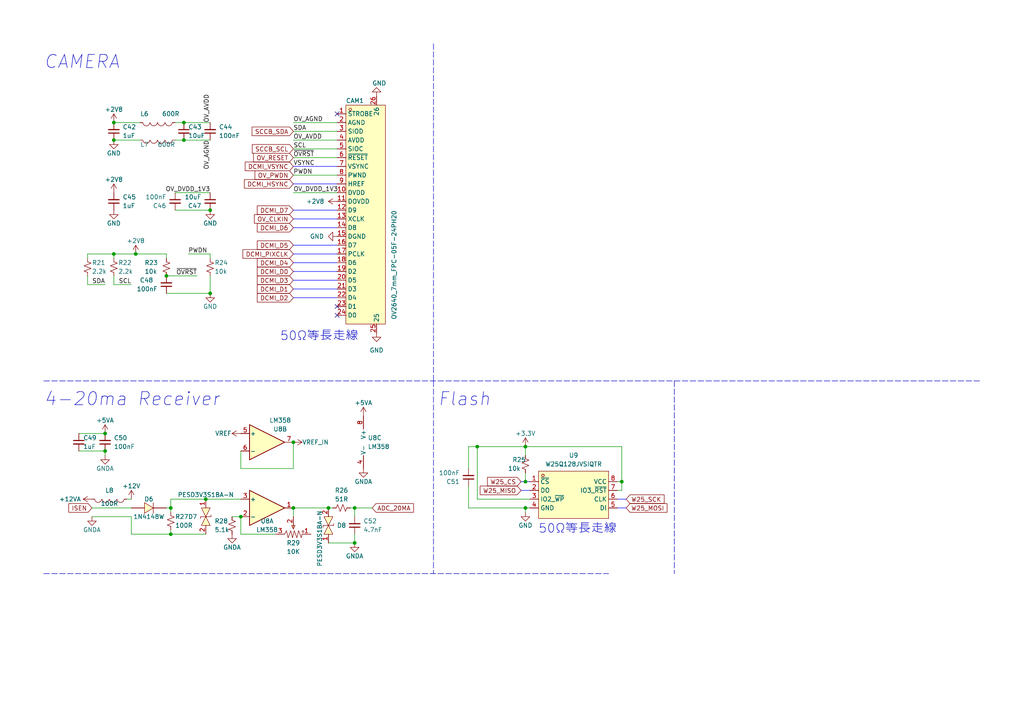
<source format=kicad_sch>
(kicad_sch (version 20211123) (generator eeschema)
  (paper "A4")
  (title_block (title "Flash,Camera,4-20mA Receiver") (date "2022-10-25") (rev "200") (company "A. Chen") (comment 1 "CCTV3_F407ZET_REV100"))
  (lib_symbols
    (symbol "Amplifier_Operational:LM358" (pin_names (offset 0.127))
      (property "Reference" "U" (at 0 5.08 0))
      (property "Value" "LM358" (at 0 -5.08 0))
      (symbol "LM358_1_1"
        (polyline (pts (xy -5.08 5.08) (xy 5.08 0) (xy -5.08 -5.08) (xy -5.08 5.08)) (stroke (width 0.254)) (fill (type background)))
        (pin output line (at 7.62 0 180) (length 2.54) (name "~") (number "1"))
        (pin input line (at -7.62 -2.54 0) (length 2.54) (name "-") (number "2"))
        (pin input line (at -7.62 2.54 0) (length 2.54) (name "+") (number "3"))
      )
      (symbol "LM358_2_1"
        (polyline (pts (xy -5.08 5.08) (xy 5.08 0) (xy -5.08 -5.08) (xy -5.08 5.08)) (stroke (width 0.254)) (fill (type background)))
        (pin input line (at -7.62 2.54 0) (length 2.54) (name "+") (number "5"))
        (pin input line (at -7.62 -2.54 0) (length 2.54) (name "-") (number "6"))
        (pin output line (at 7.62 0 180) (length 2.54) (name "~") (number "7"))
      )
      (symbol "LM358_3_1"
        (pin power_in line (at -2.54 -7.62 90) (length 3.81) (name "V-") (number "4"))
        (pin power_in line (at -2.54 7.62 270) (length 3.81) (name "V+") (number "8"))
      )
    )
    (symbol "PESD3V3S1BA-N_1" (pin_names hide)
      (property "Reference" "D" (at 0 5.08 0))
      (property "Value" "PESD3V3S1BA-N_1" (at 0 -5.08 0))
      (symbol "PESD3V3S1BA-N_1_0_1"
        (polyline (pts (xy -2.54 1.27) (xy 0 0) (xy -2.54 -1.27) (xy -2.54 1.27)) (fill (type background)))
        (polyline (pts (xy 2.54 1.27) (xy 0 0) (xy 2.54 -1.27) (xy 2.54 1.27)) (fill (type background)))
        (polyline (pts (xy -0.51 1.52) (xy -0.51 1.52) (xy 0 1.52) (xy 0 -1.52) (xy 0.51 -1.52) (xy 0.51 -1.52)))
        (pin unspecified line (at -5.08 0 0) (length 2.54) (name "1") (number "1"))
        (pin unspecified line (at 5.08 0 180) (length 2.54) (name "2") (number "2"))
      )
    )
    (symbol "lcsc_parts:1N4148W_C81598" (pin_numbers hide) (pin_names hide)
      (property "Reference" "D" (at 0 5.08 0))
      (property "Value" "1N4148W_C81598" (at 0 -5.08 0))
      (symbol "1N4148W_C81598_0_1"
        (polyline (pts (xy -1.27 -1.52) (xy -1.27 1.52)))
        (polyline (pts (xy 1.27 1.52) (xy -1.27 0) (xy 1.27 -1.52) (xy 1.27 1.52)) (fill (type background)))
        (pin unspecified line (at -5.08 0 0) (length 3.81) (name "K") (number "1"))
        (pin unspecified line (at 5.08 0 180) (length 3.81) (name "A") (number "2"))
      )
    )
    (symbol "lcsc_parts:Cap" (pin_numbers hide) (pin_names (offset 0.254) hide)
      (property "Reference" "C" (at 0.254 1.778 0))
      (property "Value" "Cap" (at 0.254 -2.032 0))
      (symbol "Cap_0_1"
        (polyline (pts (xy -1.524 -0.508) (xy 1.524 -0.508)) (stroke (width 0.3302)))
        (polyline (pts (xy -1.524 0.508) (xy 1.524 0.508)) (stroke (width 0.3048)))
      )
      (symbol "Cap_1_1"
        (pin passive line (at 0 2.54 270) (length 2.032) (name "~") (number "1"))
        (pin passive line (at 0 -2.54 90) (length 2.032) (name "~") (number "2"))
      )
    )
    (symbol "lcsc_parts:GZ1608D601TF" (pin_numbers hide) (pin_names hide)
      (property "Reference" "L" (at 0 5.08 0))
      (property "Value" "GZ1608D601TF" (at 0 -5.08 0))
      (symbol "GZ1608D601TF_0_1"
        (arc (start -4.29 -0.02) (mid -2.52 -0.79) (end -2.27 -0.02))
        (arc (start -2.13 -0.02) (mid -0.36 -0.79) (end -0.11 -0.02))
        (arc (start 0.02 -0.02) (mid 1.79 -0.79) (end 2.04 -0.02))
        (arc (start 2.21 -0.02) (mid 3.3 -1.12) (end 4.23 -0.02))
        (pin unspecified line (at -5.08 0 0) (length 0.762) (name "1") (number "1"))
        (pin unspecified line (at 5.08 0 180) (length 0.762) (name "2") (number "2"))
      )
    )
    (symbol "lcsc_parts:OV2640_7mm_FPC-05F-24PH20"
      (property "Reference" "CAM" (at 0 33.02 0))
      (property "Value" "OV2640_7mm_FPC-05F-24PH20" (at 0 -39.37 0))
      (symbol "OV2640_7mm_FPC-05F-24PH20_0_1"
        (rectangle (start -2.54 31.75) (end 8.89 -31.75) (fill (type background)))
        (circle (center -1.27 30.48) (radius 0.38))
        (pin unspecified line (at -5.08 29.21 0) (length 2.54) (name "STROBE") (number "1"))
        (pin unspecified line (at -5.08 6.35 0) (length 2.54) (name "DVDD") (number "10"))
        (pin unspecified line (at -5.08 3.81 0) (length 2.54) (name "DOVDD") (number "11"))
        (pin unspecified line (at -5.08 1.27 0) (length 2.54) (name "D9") (number "12"))
        (pin unspecified line (at -5.08 -1.27 0) (length 2.54) (name "XCLK") (number "13"))
        (pin unspecified line (at -5.08 -3.81 0) (length 2.54) (name "D8") (number "14"))
        (pin unspecified line (at -5.08 -6.35 0) (length 2.54) (name "DGND") (number "15"))
        (pin unspecified line (at -5.08 -8.89 0) (length 2.54) (name "D7") (number "16"))
        (pin unspecified line (at -5.08 -11.43 0) (length 2.54) (name "PCLK") (number "17"))
        (pin unspecified line (at -5.08 -13.97 0) (length 2.54) (name "D6") (number "18"))
        (pin unspecified line (at -5.08 -16.51 0) (length 2.54) (name "D2") (number "19"))
        (pin unspecified line (at -5.08 26.67 0) (length 2.54) (name "AGND") (number "2"))
        (pin unspecified line (at -5.08 -19.05 0) (length 2.54) (name "D5") (number "20"))
        (pin unspecified line (at -5.08 -21.59 0) (length 2.54) (name "D3") (number "21"))
        (pin unspecified line (at -5.08 -24.13 0) (length 2.54) (name "D4") (number "22"))
        (pin unspecified line (at -5.08 -26.67 0) (length 2.54) (name "D1") (number "23"))
        (pin unspecified line (at -5.08 -29.21 0) (length 2.54) (name "D0") (number "24"))
        (pin unspecified line (at 6.35 -34.29 90) (length 2.54) (name "25") (number "25"))
        (pin unspecified line (at 6.35 34.29 270) (length 2.54) (name "26") (number "26"))
        (pin unspecified line (at -5.08 24.13 0) (length 2.54) (name "SIOD") (number "3"))
        (pin unspecified line (at -5.08 21.59 0) (length 2.54) (name "AVDD") (number "4"))
        (pin unspecified line (at -5.08 19.05 0) (length 2.54) (name "SIOC") (number "5"))
        (pin unspecified line (at -5.08 16.51 0) (length 2.54) (name "~{RESET}") (number "6"))
        (pin unspecified line (at -5.08 13.97 0) (length 2.54) (name "VSYNC") (number "7"))
        (pin unspecified line (at -5.08 11.43 0) (length 2.54) (name "PWND") (number "8"))
        (pin unspecified line (at -5.08 8.89 0) (length 2.54) (name "HREF") (number "9"))
      )
    )
    (symbol "lcsc_parts:Res" (pin_numbers hide) (pin_names (offset 0.254) hide)
      (property "Reference" "R" (at 0.762 0.508 0))
      (property "Value" "Res" (at 0.762 -1.016 0))
      (symbol "Res_1_1"
        (polyline (pts (xy 0 0) (xy 1.016 -0.381) (xy 0 -0.762) (xy -1.016 -1.143) (xy 0 -1.524)))
        (polyline (pts (xy 0 1.524) (xy 1.016 1.143) (xy 0 0.762) (xy -1.016 0.381) (xy 0 0)))
        (pin passive line (at 0 2.54 270) (length 1.016) (name "~") (number "1"))
        (pin passive line (at 0 -2.54 90) (length 1.016) (name "~") (number "2"))
      )
    )
    (symbol "lcsc_parts:TC33X-2-103E" (pin_names hide)
      (property "Reference" "R" (at 0 10.16 0))
      (property "Value" "TC33X-2-103E" (at 0 -5.08 0))
      (symbol "TC33X-2-103E_0_1"
        (polyline (pts (xy -2.54 0) (xy -2.03 1.02)))
        (polyline (pts (xy -2.03 1.02) (xy -1.52 -1.02)))
        (polyline (pts (xy -1.52 -1.02) (xy -0.76 1.02)))
        (polyline (pts (xy -0.76 1.02) (xy -0.25 -1.02)))
        (polyline (pts (xy -0.25 -1.02) (xy 0.25 1.02)))
        (polyline (pts (xy 0 2.54) (xy 0 1.52)))
        (polyline (pts (xy 0.25 1.02) (xy 1.02 -1.02)))
        (polyline (pts (xy 1.02 -1.02) (xy 1.52 1.02)))
        (polyline (pts (xy 1.52 1.02) (xy 2.29 -1.02)))
        (polyline (pts (xy 2.29 -1.02) (xy 2.54 0)))
        (polyline (pts (xy -0.51 2.54) (xy 0 1.52) (xy 0.51 2.54) (xy -0.51 2.54)) (fill (type background)))
        (circle (center 2.79 0.76) (radius 0.25))
        (pin unspecified line (at 5.08 0 180) (length 2.54) (name "1") (number "1"))
        (pin unspecified line (at 0 5.08 270) (length 2.54) (name "2") (number "2"))
        (pin unspecified line (at -5.08 0 0) (length 2.54) (name "3") (number "3"))
      )
    )
    (symbol "lcsc_parts:W25Q128JVSIQTR"
      (property "Reference" "U" (at 0 8.89 0))
      (property "Value" "W25Q128JVSIQTR" (at 0 -8.89 0))
      (symbol "W25Q128JVSIQTR_0_1"
        (rectangle (start -10.16 6.86) (end 10.16 -6.86) (fill (type background)))
        (circle (center -8.89 5.59) (radius 0.38))
        (circle (center -8.89 5.59) (radius 0.38))
        (pin unspecified line (at -12.7 3.81 0) (length 2.54) (name "~{CS}") (number "1"))
        (pin unspecified line (at -12.7 1.27 0) (length 2.54) (name "DO") (number "2"))
        (pin unspecified line (at -12.7 -1.27 0) (length 2.54) (name "IO2_~{WP}") (number "3"))
        (pin unspecified line (at -12.7 -3.81 0) (length 2.54) (name "GND") (number "4"))
        (pin unspecified line (at 12.7 -3.81 180) (length 2.54) (name "DI") (number "5"))
        (pin unspecified line (at 12.7 -1.27 180) (length 2.54) (name "CLK") (number "6"))
        (pin unspecified line (at 12.7 1.27 180) (length 2.54) (name "IO3_~{RST}") (number "7"))
        (pin unspecified line (at 12.7 3.81 180) (length 2.54) (name "VCC") (number "8"))
      )
    )
    (symbol "power:+12V" (power) (pin_names (offset 0))
      (property "Value" "+12V" (at 0 3.556 0))
      (symbol "+12V_0_1"
        (polyline (pts (xy -0.762 1.27) (xy 0 2.54)))
        (polyline (pts (xy 0 0) (xy 0 2.54)))
        (polyline (pts (xy 0 2.54) (xy 0.762 1.27)))
      )
      (symbol "+12V_1_1"
        (pin power_in line (at 0 0 90) (length 0) hide (name "+12V") (number "1"))
      )
    )
    (symbol "power:+12VA" (power) (pin_names (offset 0))
      (property "Value" "+12VA" (at 0 3.556 0))
      (symbol "+12VA_0_1"
        (polyline (pts (xy -0.762 1.27) (xy 0 2.54)))
        (polyline (pts (xy 0 0) (xy 0 2.54)))
        (polyline (pts (xy 0 2.54) (xy 0.762 1.27)))
      )
      (symbol "+12VA_1_1"
        (pin power_in line (at 0 0 90) (length 0) hide (name "+12VA") (number "1"))
      )
    )
    (symbol "power:+2V8" (power) (pin_names (offset 0))
      (property "Value" "+2V8" (at 0 3.556 0))
      (symbol "+2V8_0_1"
        (polyline (pts (xy -0.762 1.27) (xy 0 2.54)))
        (polyline (pts (xy 0 0) (xy 0 2.54)))
        (polyline (pts (xy 0 2.54) (xy 0.762 1.27)))
      )
      (symbol "+2V8_1_1"
        (pin power_in line (at 0 0 90) (length 0) hide (name "+2V8") (number "1"))
      )
    )
    (symbol "power:+3.3V" (power) (pin_names (offset 0))
      (property "Value" "+3.3V" (at 0 3.556 0))
      (symbol "+3.3V_0_1"
        (polyline (pts (xy -0.762 1.27) (xy 0 2.54)))
        (polyline (pts (xy 0 0) (xy 0 2.54)))
        (polyline (pts (xy 0 2.54) (xy 0.762 1.27)))
      )
      (symbol "+3.3V_1_1"
        (pin power_in line (at 0 0 90) (length 0) hide (name "+3.3V") (number "1"))
      )
    )
    (symbol "power:+5VA" (power) (pin_names (offset 0))
      (property "Value" "+5VA" (at 0 3.556 0))
      (symbol "+5VA_0_1"
        (polyline (pts (xy -0.762 1.27) (xy 0 2.54)))
        (polyline (pts (xy 0 0) (xy 0 2.54)))
        (polyline (pts (xy 0 2.54) (xy 0.762 1.27)))
      )
      (symbol "+5VA_1_1"
        (pin power_in line (at 0 0 90) (length 0) hide (name "+5VA") (number "1"))
      )
    )
    (symbol "power:GND" (power) (pin_names (offset 0))
      (property "Value" "GND" (at 0 -3.81 0))
      (symbol "GND_0_1"
        (polyline (pts (xy 0 0) (xy 0 -1.27) (xy 1.27 -1.27) (xy 0 -2.54) (xy -1.27 -1.27) (xy 0 -1.27)))
      )
      (symbol "GND_1_1"
        (pin power_in line (at 0 0 270) (length 0) hide (name "GND") (number "1"))
      )
    )
    (symbol "power:GNDA" (power) (pin_names (offset 0))
      (property "Value" "GNDA" (at 0 -3.81 0))
      (symbol "GNDA_0_1"
        (polyline (pts (xy 0 0) (xy 0 -1.27) (xy 1.27 -1.27) (xy 0 -2.54) (xy -1.27 -1.27) (xy 0 -1.27)))
      )
      (symbol "GNDA_1_1"
        (pin power_in line (at 0 0 270) (length 0) hide (name "GNDA") (number "1"))
      )
    )
    (symbol "power:VREF" (power) (pin_names (offset 0))
      (property "Value" "VREF" (at 0 3.81 0))
      (symbol "VREF_0_1"
        (polyline (pts (xy -0.762 1.27) (xy 0 2.54)))
        (polyline (pts (xy 0 0) (xy 0 2.54)))
        (polyline (pts (xy 0 2.54) (xy 0.762 1.27)))
      )
      (symbol "VREF_1_1"
        (pin power_in line (at 0 0 90) (length 0) hide (name "VREF") (number "1"))
      )
    )
    (symbol "power:VREF_IN" (power) (pin_names (offset 0))
      (property "Value" "VREF_IN" (at 0 3.81 0))
      (symbol "VREF_IN_0_1"
        (polyline (pts (xy -0.762 1.27) (xy 0 2.54)))
        (polyline (pts (xy 0 0) (xy 0 2.54)))
        (polyline (pts (xy 0 2.54) (xy 0.762 1.27)))
      )
      (symbol "VREF_IN_1_1"
        (pin power_in line (at 0 0 90) (length 0) hide (name "VREF_IN") (number "1"))
      )
    )
  )
  (junction (at 49.53 154.94))
  (junction (at 53.34 35.56))
  (junction (at 39.37 73.66))
  (junction (at 60.96 60.96))
  (junction (at 33.02 73.66))
  (junction (at 85.09 147.32))
  (junction (at 33.02 35.56))
  (junction (at 152.4 147.32))
  (junction (at 60.96 85.09))
  (junction (at 49.53 147.32))
  (junction (at 30.48 130.81))
  (junction (at 59.69 144.78))
  (junction (at 138.43 129.54))
  (junction (at 85.09 128.27))
  (junction (at 152.4 129.54))
  (junction (at 30.48 125.73))
  (junction (at 102.87 147.32))
  (junction (at 152.4 139.7))
  (junction (at 102.87 157.48))
  (junction (at 69.85 149.86))
  (junction (at 33.02 40.64))
  (junction (at 180.34 139.7))
  (junction (at 48.26 80.01))
  (junction (at 53.34 40.64))
  (junction (at 95.25 147.32))
  (no_connect (at 97.79 33.02))
  (no_connect (at 97.79 88.9))
  (no_connect (at 97.79 91.44))
  (wire (pts (xy 85.09 63.5) (xy 97.79 63.5)) (stroke (width 0) (color 0 0 255 1)))
  (wire (pts (xy 59.69 144.78) (xy 69.85 144.78)))
  (wire (pts (xy 95.25 157.48) (xy 102.87 157.48)))
  (wire (pts (xy 181.61 144.78) (xy 179.07 144.78)) (stroke (width 0) (color 0 0 255 1)))
  (wire (pts (xy 33.02 82.55) (xy 38.1 82.55)))
  (wire (pts (xy 30.48 130.81) (xy 30.48 132.08)))
  (wire (pts (xy 48.26 73.66) (xy 48.26 74.93)))
  (wire (pts (xy 60.96 35.56) (xy 53.34 35.56)))
  (wire (pts (xy 85.09 83.82) (xy 97.79 83.82)) (stroke (width 0) (color 0 0 255 1)))
  (wire (pts (xy 60.96 55.88) (xy 50.8 55.88)))
  (wire (pts (xy 25.4 80.01) (xy 25.4 82.55)))
  (wire (pts (xy 152.4 132.08) (xy 152.4 129.54)))
  (wire (pts (xy 85.09 38.1) (xy 97.79 38.1)))
  (wire (pts (xy 33.02 73.66) (xy 33.02 74.93)))
  (wire (pts (xy 25.4 73.66) (xy 33.02 73.66)))
  (wire (pts (xy 101.6 147.32) (xy 102.87 147.32)))
  (wire (pts (xy 67.31 149.86) (xy 69.85 149.86)))
  (wire (pts (xy 48.26 147.32) (xy 49.53 147.32)))
  (wire (pts (xy 181.61 147.32) (xy 179.07 147.32)) (stroke (width 0) (color 0 0 255 1)))
  (wire (pts (xy 135.89 135.89) (xy 135.89 129.54)))
  (wire (pts (xy 60.96 73.66) (xy 60.96 74.93)))
  (polyline (pts (xy 125.73 12.7) (xy 125.73 110.49)))
  (wire (pts (xy 180.34 139.7) (xy 180.34 129.54)))
  (wire (pts (xy 69.85 135.89) (xy 85.09 135.89)))
  (wire (pts (xy 179.07 142.24) (xy 180.34 142.24)))
  (wire (pts (xy 39.37 73.66) (xy 48.26 73.66)))
  (wire (pts (xy 102.87 147.32) (xy 102.87 149.86)))
  (wire (pts (xy 135.89 147.32) (xy 152.4 147.32)))
  (wire (pts (xy 85.09 43.18) (xy 97.79 43.18)))
  (wire (pts (xy 95.25 147.32) (xy 96.52 147.32)))
  (polyline (pts (xy 12.7 166.37) (xy 176.53 166.37)))
  (wire (pts (xy 102.87 147.32) (xy 107.95 147.32)))
  (wire (pts (xy 39.37 73.66) (xy 33.02 73.66)))
  (wire (pts (xy 54.61 73.66) (xy 60.96 73.66)))
  (wire (pts (xy 60.96 40.64) (xy 53.34 40.64)))
  (wire (pts (xy 30.48 125.73) (xy 22.86 125.73)))
  (wire (pts (xy 50.8 40.64) (xy 53.34 40.64)))
  (wire (pts (xy 151.13 139.7) (xy 152.4 139.7)) (stroke (width 0) (color 0 0 255 1)))
  (wire (pts (xy 85.09 76.2) (xy 97.79 76.2)) (stroke (width 0) (color 0 0 255 1)))
  (wire (pts (xy 102.87 154.94) (xy 102.87 157.48)))
  (wire (pts (xy 85.09 53.34) (xy 97.79 53.34)) (stroke (width 0) (color 0 0 255 1)))
  (wire (pts (xy 25.4 74.93) (xy 25.4 73.66)))
  (wire (pts (xy 69.85 149.86) (xy 69.85 154.94)))
  (wire (pts (xy 138.43 144.78) (xy 138.43 129.54)))
  (wire (pts (xy 138.43 129.54) (xy 152.4 129.54)))
  (wire (pts (xy 85.09 73.66) (xy 97.79 73.66)) (stroke (width 0) (color 0 0 255 1)))
  (wire (pts (xy 49.53 144.78) (xy 59.69 144.78)))
  (wire (pts (xy 85.09 40.64) (xy 97.79 40.64)))
  (wire (pts (xy 49.53 148.59) (xy 49.53 147.32)))
  (wire (pts (xy 85.09 147.32) (xy 95.25 147.32)))
  (wire (pts (xy 26.67 149.86) (xy 38.1 149.86)))
  (wire (pts (xy 60.96 85.09) (xy 60.96 80.01)))
  (wire (pts (xy 69.85 154.94) (xy 80.01 154.94)))
  (wire (pts (xy 85.09 60.96) (xy 97.79 60.96)) (stroke (width 0) (color 0 0 255 1)))
  (wire (pts (xy 85.09 147.32) (xy 85.09 149.86)))
  (wire (pts (xy 85.09 45.72) (xy 97.79 45.72)))
  (wire (pts (xy 25.4 82.55) (xy 30.48 82.55)))
  (wire (pts (xy 48.26 85.09) (xy 60.96 85.09)))
  (wire (pts (xy 49.53 153.67) (xy 49.53 154.94)))
  (wire (pts (xy 152.4 137.16) (xy 152.4 139.7)))
  (wire (pts (xy 85.09 78.74) (xy 97.79 78.74)) (stroke (width 0) (color 0 0 255 1)))
  (wire (pts (xy 85.09 48.26) (xy 97.79 48.26)) (stroke (width 0) (color 0 0 255 1)))
  (wire (pts (xy 48.26 80.01) (xy 57.15 80.01)))
  (wire (pts (xy 153.67 147.32) (xy 152.4 147.32)))
  (wire (pts (xy 69.85 130.81) (xy 69.85 135.89)))
  (polyline (pts (xy 125.73 110.49) (xy 125.73 166.37)))
  (wire (pts (xy 60.96 60.96) (xy 50.8 60.96)))
  (wire (pts (xy 135.89 129.54) (xy 138.43 129.54)))
  (wire (pts (xy 33.02 35.56) (xy 40.64 35.56)))
  (wire (pts (xy 30.48 130.81) (xy 22.86 130.81)))
  (wire (pts (xy 38.1 154.94) (xy 49.53 154.94)))
  (wire (pts (xy 85.09 35.56) (xy 97.79 35.56)))
  (wire (pts (xy 26.67 147.32) (xy 38.1 147.32)))
  (wire (pts (xy 38.1 144.78) (xy 36.83 144.78)))
  (wire (pts (xy 38.1 149.86) (xy 38.1 154.94)))
  (polyline (pts (xy 195.58 110.49) (xy 195.58 166.37)))
  (wire (pts (xy 153.67 144.78) (xy 138.43 144.78)))
  (wire (pts (xy 180.34 139.7) (xy 179.07 139.7)))
  (wire (pts (xy 85.09 81.28) (xy 97.79 81.28)) (stroke (width 0) (color 0 0 255 1)))
  (wire (pts (xy 50.8 35.56) (xy 53.34 35.56)))
  (wire (pts (xy 85.09 55.88) (xy 97.79 55.88)))
  (wire (pts (xy 85.09 135.89) (xy 85.09 128.27)))
  (wire (pts (xy 151.13 142.24) (xy 153.67 142.24)) (stroke (width 0) (color 0 0 255 1)))
  (wire (pts (xy 152.4 147.32) (xy 152.4 148.59)))
  (wire (pts (xy 49.53 147.32) (xy 49.53 144.78)))
  (wire (pts (xy 85.09 71.12) (xy 97.79 71.12)) (stroke (width 0) (color 0 0 255 1)))
  (wire (pts (xy 33.02 40.64) (xy 40.64 40.64)))
  (wire (pts (xy 33.02 80.01) (xy 33.02 82.55)))
  (wire (pts (xy 135.89 140.97) (xy 135.89 147.32)))
  (wire (pts (xy 180.34 142.24) (xy 180.34 139.7)))
  (polyline (pts (xy 12.7 110.49) (xy 284.48 110.49)))
  (wire (pts (xy 152.4 129.54) (xy 180.34 129.54)))
  (wire (pts (xy 152.4 139.7) (xy 153.67 139.7)) (stroke (width 0) (color 0 0 255 1)))
  (wire (pts (xy 85.09 66.04) (xy 97.79 66.04)) (stroke (width 0) (color 0 0 255 1)))
  (wire (pts (xy 85.09 86.36) (xy 97.79 86.36)) (stroke (width 0) (color 0 0 255 1)))
  (wire (pts (xy 85.09 50.8) (xy 97.79 50.8)))
  (wire (pts (xy 49.53 154.94) (xy 59.69 154.94)))
  (text "4-20ma Receiver" (at 12.7 118.11 0) (effects (font (size 3.81 3.81) italic) (justify left bottom)))
  (text "CAMERA" (at 12.7 20.32 0) (effects (font (size 3.81 3.81) italic) (justify left bottom)))
  (text "Flash" (at 127 118.11 0) (effects (font (size 3.81 3.81) italic) (justify left bottom)))
  (text "50Ω等長走線" (at 104.14 99.06 180) (effects (font (size 2.54 2.54)) (justify right bottom)))
  (text "50Ω等長走線" (at 179.07 154.94 180) (effects (font (size 2.54 2.54)) (justify right bottom)))
  (label "SDA" (at 85.09 38.1 0))
  (label "OV_DVDD_1V3" (at 60.96 55.88 180))
  (label "PWDN" (at 54.61 73.66 0))
  (label "OV_DVDD_1V3" (at 85.09 55.88 0))
  (label "OV_AGND" (at 60.96 40.64 270))
  (label "OV_AGND" (at 85.09 35.56 0))
  (label "SCL" (at 85.09 43.18 0))
  (label "PWDN" (at 85.09 50.8 0))
  (label "~{OVRST}" (at 85.09 45.72 0))
  (label "~{OVRST}" (at 57.15 80.01 180))
  (label "OV_AVDD" (at 85.09 40.64 0))
  (label "OV_AVDD" (at 60.96 35.56 90))
  (label "SCL" (at 38.1 82.55 180))
  (label "SDA" (at 30.48 82.55 180))
  (label "VSYNC" (at 85.09 48.26 0))
  (global_label "OV_CLKIN" (shape input) (at 85.09 63.5 180) (property "Intersheet References" "${INTERSHEET_REFS}" (effects hide)))
  (global_label "ADC_20MA" (shape input) (at 107.95 147.32 0) (property "Intersheet References" "${INTERSHEET_REFS}" (effects hide)))
  (global_label "DCMI_D6" (shape input) (at 85.09 66.04 180) (property "Intersheet References" "${INTERSHEET_REFS}" (effects hide)))
  (global_label "DCMI_HSYNC" (shape input) (at 85.09 53.34 180) (property "Intersheet References" "${INTERSHEET_REFS}" (effects hide)))
  (global_label "DCMI_D4" (shape input) (at 85.09 76.2 180) (property "Intersheet References" "${INTERSHEET_REFS}" (effects hide)))
  (global_label "DCMI_PIXCLK" (shape input) (at 85.09 73.66 180) (property "Intersheet References" "${INTERSHEET_REFS}" (effects hide)))
  (global_label "W25_CS" (shape input) (at 151.13 139.7 180) (property "Intersheet References" "${INTERSHEET_REFS}" (effects hide)))
  (global_label "DCMI_D2" (shape input) (at 85.09 86.36 180) (property "Intersheet References" "${INTERSHEET_REFS}" (effects hide)))
  (global_label "W25_SCK" (shape input) (at 181.61 144.78 0) (property "Intersheet References" "${INTERSHEET_REFS}" (effects hide)))
  (global_label "W25_MISO" (shape input) (at 151.13 142.24 180) (property "Intersheet References" "${INTERSHEET_REFS}" (effects hide)))
  (global_label "OV_RESET" (shape input) (at 85.09 45.72 180) (property "Intersheet References" "${INTERSHEET_REFS}" (effects hide)))
  (global_label "SCCB_SCL" (shape input) (at 85.09 43.18 180) (property "Intersheet References" "${INTERSHEET_REFS}" (effects hide)))
  (global_label "SCCB_SDA" (shape input) (at 85.09 38.1 180) (property "Intersheet References" "${INTERSHEET_REFS}" (effects hide)))
  (global_label "DCMI_D5" (shape input) (at 85.09 71.12 180) (property "Intersheet References" "${INTERSHEET_REFS}" (effects hide)))
  (global_label "OV_PWDN" (shape input) (at 85.09 50.8 180) (property "Intersheet References" "${INTERSHEET_REFS}" (effects hide)))
  (global_label "ISEN" (shape input) (at 26.67 147.32 180) (property "Intersheet References" "${INTERSHEET_REFS}" (effects hide)))
  (global_label "DCMI_D1" (shape input) (at 85.09 83.82 180) (property "Intersheet References" "${INTERSHEET_REFS}" (effects hide)))
  (global_label "DCMI_D7" (shape input) (at 85.09 60.96 180) (property "Intersheet References" "${INTERSHEET_REFS}" (effects hide)))
  (global_label "DCMI_D3" (shape input) (at 85.09 81.28 180) (property "Intersheet References" "${INTERSHEET_REFS}" (effects hide)))
  (global_label "W25_MOSI" (shape input) (at 181.61 147.32 0) (property "Intersheet References" "${INTERSHEET_REFS}" (effects hide)))
  (global_label "DCMI_VSYNC" (shape input) (at 85.09 48.26 180) (property "Intersheet References" "${INTERSHEET_REFS}" (effects hide)))
  (global_label "DCMI_D0" (shape input) (at 85.09 78.74 180) (property "Intersheet References" "${INTERSHEET_REFS}" (effects hide)))
  (symbol (lib_id "lcsc_parts:Cap") (at 60.96 38.1 180) (unit 1)
    (property "Reference" "C44" (at 63.5 36.83 0) (effects (justify right)))
    (property "Value" "100nF" (at 63.5 39.37 0) (effects (justify right)))
    (property "Footprint" "Capacitor_SMD:C_0603_1608Metric" (effects hide))
    (property "Voltage" "50V" (effects hide))
    (property "LCSC Part" "TBD" (effects hide))
  )
  (symbol (lib_id "power:+2V8") (at 33.02 55.88 0) (unit 1)
    (property "Reference" "#PWR068" (effects hide))
    (property "Value" "+2V8" (at 33.02 52.07 0))
  )
  (symbol (lib_id "lcsc_parts:Cap") (at 135.89 138.43 180) (unit 1)
    (property "Reference" "C51" (at 133.35 139.7 0) (effects (justify left)))
    (property "Value" "100nF" (at 133.35 137.16 0) (effects (justify left)))
    (property "Footprint" "Capacitor_SMD:C_0603_1608Metric" (effects hide))
    (property "Voltage" "50V" (effects hide))
    (property "LCSC Part" "TBD" (effects hide))
  )
  (symbol (lib_id "power:+2V8") (at 33.02 35.56 0) (unit 1)
    (property "Reference" "#PWR066" (effects hide))
    (property "Value" "+2V8" (at 33.02 31.75 0))
  )
  (symbol (lib_name "PESD3V3S1BA-N_1") (lib_id "lcsc_parts:PESD3V3S1BA-N") (at 95.25 152.4 90) (unit 1)
    (property "Reference" "D8" (at 99.06 152.4 90))
    (property "Value" "PESD3V3S1BA-N" (at 92.71 156.21 0))
    (property "Footprint" "Diode_SMD:D_SOD-523" (effects hide))
    (property "Datasheet" "https://lcsc.com/product-detail/Others_Bourne-Semicon-Shenzhen-PESD3V3S1BA-N_C316037.html" (effects hide))
    (property "Manufacturer" "Bourne Semicon (Shenzhen)" (effects hide))
    (property "LCSC Part" "C316037" (effects hide))
    (property "JLC Part" "Extended Part" (effects hide))
  )
  (symbol (lib_id "lcsc_parts:1N4148W_C81598") (at 43.18 147.32 180) (unit 1)
    (property "Reference" "D6" (at 43.18 144.78 0))
    (property "Value" "1N4148W" (at 43.18 149.86 0))
    (property "Footprint" "Diode_SMD:D_SOD-123F" (effects hide))
    (property "Datasheet" "https://lcsc.com/product-detail/Switching-Diode_1N4148W_C81598.html" (effects hide))
    (property "Manufacturer" "SEMTECH" (effects hide))
    (property "LCSC Part" "C81598" (effects hide))
    (property "JLC Part" "Basic Part" (effects hide))
  )
  (symbol (lib_id "power:GNDA") (at 102.87 157.48 0) (unit 1)
    (property "Reference" "#PWR088" (effects hide))
    (property "Value" "GNDA" (at 102.87 161.29 0))
  )
  (symbol (lib_id "power:+5VA") (at 30.48 125.73 0) (unit 1)
    (property "Reference" "#PWR077" (effects hide))
    (property "Value" "+5VA" (at 30.48 121.92 0))
  )
  (symbol (lib_id "power:GND") (at 33.02 40.64 0) (unit 1)
    (property "Reference" "#PWR067" (effects hide))
    (property "Value" "GND" (at 33.02 44.45 0))
  )
  (symbol (lib_id "power:GND") (at 97.79 68.58 270) (unit 1)
    (property "Reference" "#PWR072" (effects hide))
    (property "Value" "GND" (at 93.98 68.5799 90) (effects (justify right)))
  )
  (symbol (lib_id "power:GNDA") (at 67.31 154.94 0) (unit 1)
    (property "Reference" "#PWR087" (effects hide))
    (property "Value" "GNDA" (at 67.31 158.75 0))
  )
  (symbol (lib_id "power:GND") (at 109.22 27.94 180) (unit 1)
    (property "Reference" "#PWR065" (effects hide))
    (property "Value" "GND" (at 107.95 24.13 0) (effects (justify right)))
  )
  (symbol (lib_id "lcsc_parts:Res") (at 152.4 134.62 0) (unit 1)
    (property "Reference" "R25" (at 148.59 133.35 0) (effects (justify left)))
    (property "Value" "10k" (at 147.32 135.89 0) (effects (justify left)))
    (property "Footprint" "Resistor_SMD:R_0402_1005Metric" (effects hide))
    (property "LCSC Part" "TBD" (effects hide))
  )
  (symbol (lib_id "power:VREF_IN") (at 85.09 128.27 270) (unit 1)
    (property "Reference" "#PWR079" (effects hide))
    (property "Value" "VREF_IN" (at 87.63 128.27 90) (effects (justify left)))
  )
  (symbol (lib_id "lcsc_parts:Res") (at 25.4 77.47 0) (unit 1)
    (property "Reference" "R21" (at 26.67 76.2 0) (effects (justify left)))
    (property "Value" "2.2k" (at 26.67 78.74 0) (effects (justify left)))
    (property "Footprint" "Resistor_SMD:R_0402_1005Metric" (effects hide))
    (property "LCSC Part" "TBD" (effects hide))
  )
  (symbol (lib_id "lcsc_parts:Res") (at 67.31 152.4 0) (unit 1)
    (property "Reference" "R28" (at 62.23 151.13 0) (effects (justify left)))
    (property "Value" "5.1k" (at 62.23 153.67 0) (effects (justify left)))
    (property "Footprint" "Resistor_SMD:R_0603_1608Metric" (effects hide))
    (property "Tolerance" "1%" (effects hide))
    (property "LCSC Part" "TBD" (effects hide))
  )
  (symbol (lib_id "lcsc_parts:Cap") (at 33.02 58.42 180) (unit 1)
    (property "Reference" "C45" (at 35.56 57.15 0) (effects (justify right)))
    (property "Value" "1uF" (at 35.56 59.69 0) (effects (justify right)))
    (property "Footprint" "Capacitor_SMD:C_0402_1005Metric" (effects hide))
    (property "Voltage" "25V" (effects hide))
    (property "LCSC Part" "TBD" (effects hide))
  )
  (symbol (lib_id "lcsc_parts:Res") (at 49.53 151.13 0) (unit 1)
    (property "Reference" "R27" (at 50.8 149.86 0) (effects (justify left)))
    (property "Value" "100R" (at 50.8 152.4 0) (effects (justify left)))
    (property "Footprint" "Resistor_SMD:R_0603_1608Metric" (effects hide))
    (property "Tolerance" "0.1%" (effects hide))
    (property "LCSC Part" "TBD" (effects hide))
  )
  (symbol (lib_id "power:+3.3V") (at 152.4 129.54 0) (unit 1)
    (property "Reference" "#PWR080" (effects hide))
    (property "Value" "+3.3V" (at 152.4 125.73 0))
  )
  (symbol (lib_id "power:+2V8") (at 97.79 58.42 90) (unit 1)
    (property "Reference" "#PWR069" (effects hide))
    (property "Value" "+2V8" (at 91.44 58.42 90))
  )
  (symbol (lib_id "lcsc_parts:GZ1608D601TF") (at 45.72 35.56 0) (unit 1)
    (property "Reference" "L6" (at 41.91 33.02 0))
    (property "Value" "600R" (at 49.53 33.02 0))
    (property "Footprint" "Inductor_SMD:L_0603_1608Metric" (effects hide))
    (property "Datasheet" "https://lcsc.com/product-detail/Ferrite-Beads-And-Chips_600R-25-100MHz_C1002.html" (effects hide))
    (property "Manufacturer" "Sunlord" (effects hide))
    (property "LCSC Part" "C1002" (effects hide))
    (property "JLC Part" "Basic Part" (effects hide))
    (property "Model" "GZ1608D601TF" (effects hide))
  )
  (symbol (lib_id "lcsc_parts:Cap") (at 22.86 128.27 0) (unit 1)
    (property "Reference" "C49" (at 24.13 127 0) (effects (justify left)))
    (property "Value" "1uF" (at 24.13 129.54 0) (effects (justify left)))
    (property "Footprint" "Capacitor_SMD:C_0603_1608Metric" (effects hide))
    (property "Voltage" "50V" (effects hide))
    (property "LCSC Part" "TBD" (effects hide))
  )
  (symbol (lib_id "lcsc_parts:Cap") (at 53.34 38.1 0) (unit 1)
    (property "Reference" "C43" (at 54.61 36.83 0) (effects (justify left)))
    (property "Value" "10uF" (at 54.61 39.37 0) (effects (justify left)))
    (property "Footprint" "Capacitor_SMD:C_0603_1608Metric" (effects hide))
    (property "Voltage" "16V" (effects hide))
    (property "LCSC Part" "TBD" (effects hide))
  )
  (symbol (lib_id "lcsc_parts:Cap") (at 48.26 82.55 180) (unit 1)
    (property "Reference" "C48" (at 44.45 81.28 0) (effects (justify left)))
    (property "Value" "100nF" (at 45.72 83.82 0) (effects (justify left)))
    (property "Footprint" "Capacitor_SMD:C_0402_1005Metric" (effects hide))
    (property "Voltage" "50V" (effects hide))
    (property "LCSC Part" "TBD" (effects hide))
  )
  (symbol (lib_id "lcsc_parts:GZ1608D601TF") (at 45.72 40.64 0) (unit 1)
    (property "Reference" "L7" (at 41.91 41.91 0))
    (property "Value" "600R" (at 48.26 41.91 0))
    (property "Footprint" "Inductor_SMD:L_0603_1608Metric" (effects hide))
    (property "Datasheet" "https://lcsc.com/product-detail/Ferrite-Beads-And-Chips_600R-25-100MHz_C1002.html" (effects hide))
    (property "Manufacturer" "Sunlord" (effects hide))
    (property "LCSC Part" "C1002" (effects hide))
    (property "JLC Part" "Basic Part" (effects hide))
    (property "Model" "GZ1608D601TF" (effects hide))
  )
  (symbol (lib_id "lcsc_parts:Res") (at 33.02 77.47 0) (unit 1)
    (property "Reference" "R22" (at 34.29 76.2 0) (effects (justify left)))
    (property "Value" "2.2k" (at 34.29 78.74 0) (effects (justify left)))
    (property "Footprint" "Resistor_SMD:R_0402_1005Metric" (effects hide))
    (property "LCSC Part" "TBD" (effects hide))
  )
  (symbol (lib_id "power:+5VA") (at 105.41 120.65 0) (unit 1)
    (property "Reference" "#PWR076" (effects hide))
    (property "Value" "+5VA" (at 105.41 116.84 0))
  )
  (symbol (lib_id "power:+12V") (at 38.1 144.78 0) (unit 1)
    (property "Reference" "#PWR084" (effects hide))
    (property "Value" "+12V" (at 38.1 140.97 0))
  )
  (symbol (lib_id "power:GND") (at 109.22 96.52 0) (unit 1)
    (property "Reference" "#PWR075" (effects hide))
    (property "Value" "GND" (at 109.22 101.6 0))
  )
  (symbol (lib_id "lcsc_parts:W25Q128JVSIQTR") (at 166.37 143.51 0) (unit 1)
    (property "Reference" "U9" (at 166.37 132.08 0))
    (property "Value" "W25Q128JVSIQTR" (at 166.37 134.62 0))
    (property "Footprint" "lcsc_parts:SOIC-8_L5.3-W5.3-P1.27-LS8.0-BL" (effects hide))
    (property "Datasheet" "https://lcsc.com/product-detail/FLASH_W25Q128JVSIQTR_C97521.html" (effects hide))
    (property "Manufacturer" "WINBOND" (effects hide))
    (property "LCSC Part" "C97521" (effects hide))
    (property "JLC Part" "Basic Part" (effects hide))
  )
  (symbol (lib_id "lcsc_parts:Res") (at 60.96 77.47 0) (unit 1)
    (property "Reference" "R24" (at 62.23 76.2 0) (effects (justify left)))
    (property "Value" "10k" (at 62.23 78.74 0) (effects (justify left)))
    (property "Footprint" "Resistor_SMD:R_0402_1005Metric" (effects hide))
    (property "LCSC Part" "TBD" (effects hide))
  )
  (symbol (lib_id "lcsc_parts:Res") (at 48.26 77.47 0) (unit 1)
    (property "Reference" "R23" (at 41.91 76.2 0) (effects (justify left)))
    (property "Value" "10k" (at 41.91 78.74 0) (effects (justify left)))
    (property "Footprint" "Resistor_SMD:R_0402_1005Metric" (effects hide))
    (property "LCSC Part" "TBD" (effects hide))
  )
  (symbol (lib_id "lcsc_parts:GZ1608D601TF") (at 31.75 144.78 0) (unit 1)
    (property "Reference" "L8" (at 31.75 142.24 0))
    (property "Value" "100R" (at 31.75 146.05 0))
    (property "Footprint" "Inductor_SMD:L_0805_2012Metric" (effects hide))
    (property "Manufacturer" "Sunlord" (effects hide))
    (property "LCSC Part" "C1015" (effects hide))
    (property "JLC Part" "Basic Part" (effects hide))
    (property "Model" "GZ2012D101TF" (effects hide))
  )
  (symbol (lib_id "lcsc_parts:Cap") (at 50.8 58.42 0) (unit 1)
    (property "Reference" "C46" (at 48.26 59.69 0) (effects (justify right)))
    (property "Value" "100nF" (at 48.26 57.15 0) (effects (justify right)))
    (property "Footprint" "Capacitor_SMD:C_0402_1005Metric" (effects hide))
    (property "Voltage" "16V" (effects hide))
    (property "LCSC Part" "TBD" (effects hide))
  )
  (symbol (lib_id "lcsc_parts:OV2640_7mm_FPC-05F-24PH20") (at 102.87 62.23 0) (unit 1)
    (property "Reference" "CAM1" (at 100.33 29.21 0) (effects (justify left)))
    (property "Value" "OV2640_7mm_FPC-05F-24PH20" (at 114.3 92.71 90) (effects (justify left)))
    (property "Footprint" "lcsc_parts:OV2640_7mm_FPC-05F-24PH20" (effects hide))
    (property "LCSC Part" "C2856805" (effects hide))
    (property "JLC Part" "Extended Part" (effects hide))
  )
  (symbol (lib_id "power:+2V8") (at 39.37 73.66 0) (unit 1)
    (property "Reference" "#PWR073" (effects hide))
    (property "Value" "+2V8" (at 39.37 69.85 0))
  )
  (symbol (lib_id "Amplifier_Operational:LM358") (at 107.95 128.27 0) (unit 3)
    (property "Reference" "U8" (at 106.68 126.9999 0) (effects (justify left)))
    (property "Value" "LM358" (at 106.68 129.5399 0) (effects (justify left)))
    (property "Footprint" "lcsc_parts:SOIC-8_L5.0-W4.0-P1.27-LS6.0-BL" (effects hide))
    (property "Datasheet" "http://www.ti.com/lit/ds/symlink/lm2904-n.pdf" (effects hide))
    (property "LCSC Part" "C7950" (effects hide))
    (property "JLC Part" "Basic Part" (effects hide))
  )
  (symbol (lib_id "lcsc_parts:Cap") (at 60.96 58.42 0) (unit 1)
    (property "Reference" "C47" (at 58.42 59.69 0) (effects (justify right)))
    (property "Value" "10uF" (at 58.42 57.15 0) (effects (justify right)))
    (property "Footprint" "Capacitor_SMD:C_0402_1005Metric" (effects hide))
    (property "Voltage" "6.3V" (effects hide))
    (property "LCSC Part" "TBD" (effects hide))
  )
  (symbol (lib_id "power:GNDA") (at 30.48 132.08 0) (unit 1)
    (property "Reference" "#PWR081" (effects hide))
    (property "Value" "GNDA" (at 30.48 135.89 0))
  )
  (symbol (lib_id "lcsc_parts:Cap") (at 102.87 152.4 180) (unit 1)
    (property "Reference" "C52" (at 105.41 151.13 0) (effects (justify right)))
    (property "Value" "4.7nF" (at 105.41 153.67 0) (effects (justify right)))
    (property "Footprint" "Capacitor_SMD:C_0603_1608Metric" (effects hide))
    (property "Voltage" "50V" (effects hide))
    (property "LCSC Part" "TBD" (effects hide))
  )
  (symbol (lib_id "power:GND") (at 33.02 60.96 0) (unit 1)
    (property "Reference" "#PWR070" (effects hide))
    (property "Value" "GND" (at 33.02 64.77 0))
  )
  (symbol (lib_id "power:VREF") (at 69.85 125.73 90) (unit 1)
    (property "Reference" "#PWR078" (effects hide))
    (property "Value" "VREF" (at 64.77 125.73 90))
  )
  (symbol (lib_id "power:GND") (at 60.96 60.96 0) (unit 1)
    (property "Reference" "#PWR071" (effects hide))
    (property "Value" "GND" (at 60.96 64.77 0))
  )
  (symbol (lib_id "lcsc_parts:Res") (at 99.06 147.32 270) (unit 1)
    (property "Reference" "R26" (at 99.06 142.24 90))
    (property "Value" "51R" (at 99.06 144.78 90))
    (property "Footprint" "Resistor_SMD:R_0603_1608Metric" (effects hide))
    (property "LCSC Part" "TBD" (effects hide))
  )
  (symbol (lib_id "Amplifier_Operational:LM358") (at 77.47 147.32 0) (unit 1)
    (property "Reference" "U8" (at 77.47 151.13 0))
    (property "Value" "LM358" (at 77.47 153.67 0))
    (property "Footprint" "lcsc_parts:SOIC-8_L5.0-W4.0-P1.27-LS6.0-BL" (effects hide))
    (property "Datasheet" "http://www.ti.com/lit/ds/symlink/lm2904-n.pdf" (effects hide))
    (property "LCSC Part" "C7950" (effects hide))
    (property "JLC Part" "Basic Part" (effects hide))
  )
  (symbol (lib_name "PESD3V3S1BA-N_1") (lib_id "lcsc_parts:PESD3V3S1BA-N") (at 59.69 149.86 270) (unit 1)
    (property "Reference" "D7" (at 55.88 149.86 90))
    (property "Value" "PESD3V3S1BA-N" (at 59.69 143.51 90))
    (property "Footprint" "Diode_SMD:D_SOD-523" (effects hide))
    (property "Datasheet" "https://lcsc.com/product-detail/Others_Bourne-Semicon-Shenzhen-PESD3V3S1BA-N_C316037.html" (effects hide))
    (property "Manufacturer" "Bourne Semicon (Shenzhen)" (effects hide))
    (property "LCSC Part" "C316037" (effects hide))
    (property "JLC Part" "Extended Part" (effects hide))
  )
  (symbol (lib_id "lcsc_parts:TC33X-2-103E") (at 85.09 154.94 0) (unit 1)
    (property "Reference" "R29" (at 85.09 157.48 0))
    (property "Value" "10K" (at 85.09 160.02 0))
    (property "Footprint" "lcsc_parts:RES-ADJ-SMD_3P-L3.0-W3.8-P1.75-BR" (effects hide))
    (property "Manufacturer" "BOURNS" (effects hide))
    (property "LCSC Part" "C719176" (effects hide))
    (property "JLC Part" "Extended Part" (effects hide))
  )
  (symbol (lib_id "power:GND") (at 60.96 85.09 0) (unit 1)
    (property "Reference" "#PWR074" (effects hide))
    (property "Value" "GND" (at 60.96 88.9 0))
  )
  (symbol (lib_id "Amplifier_Operational:LM358") (at 77.47 128.27 0) (unit 2)
    (property "Reference" "U8" (at 81.28 124.46 0))
    (property "Value" "LM358" (at 81.28 121.92 0))
    (property "Footprint" "lcsc_parts:SOIC-8_L5.0-W4.0-P1.27-LS6.0-BL" (effects hide))
    (property "Datasheet" "http://www.ti.com/lit/ds/symlink/lm2904-n.pdf" (effects hide))
    (property "LCSC Part" "C7950" (effects hide))
    (property "JLC Part" "Basic Part" (effects hide))
  )
  (symbol (lib_id "power:GND") (at 152.4 148.59 0) (unit 1)
    (property "Reference" "#PWR085" (effects hide))
    (property "Value" "GND" (at 152.4 152.4 0))
  )
  (symbol (lib_id "lcsc_parts:Cap") (at 30.48 128.27 180) (unit 1)
    (property "Reference" "C50" (at 33.02 127 0) (effects (justify right)))
    (property "Value" "100nF" (at 33.02 129.54 0) (effects (justify right)))
    (property "Footprint" "Capacitor_SMD:C_0603_1608Metric" (effects hide))
    (property "Voltage" "50V" (effects hide))
    (property "LCSC Part" "TBD" (effects hide))
  )
  (symbol (lib_id "power:GNDA") (at 26.67 149.86 0) (unit 1)
    (property "Reference" "#PWR086" (effects hide))
    (property "Value" "GNDA" (at 26.67 153.67 0))
  )
  (symbol (lib_id "power:GNDA") (at 105.41 135.89 0) (unit 1)
    (property "Reference" "#PWR082" (effects hide))
    (property "Value" "GNDA" (at 105.41 139.7 0))
  )
  (symbol (lib_id "lcsc_parts:Cap") (at 33.02 38.1 180) (unit 1)
    (property "Reference" "C42" (at 35.56 36.83 0) (effects (justify right)))
    (property "Value" "1uF" (at 35.56 39.37 0) (effects (justify right)))
    (property "Footprint" "Capacitor_SMD:C_0603_1608Metric" (effects hide))
    (property "Voltage" "50V" (effects hide))
    (property "LCSC Part" "TBD" (effects hide))
  )
  (symbol (lib_id "power:+12VA") (at 26.67 144.78 90) (unit 1)
    (property "Reference" "#PWR083" (effects hide))
    (property "Value" "+12VA" (at 20.32 144.78 90))
  )
)
</source>
